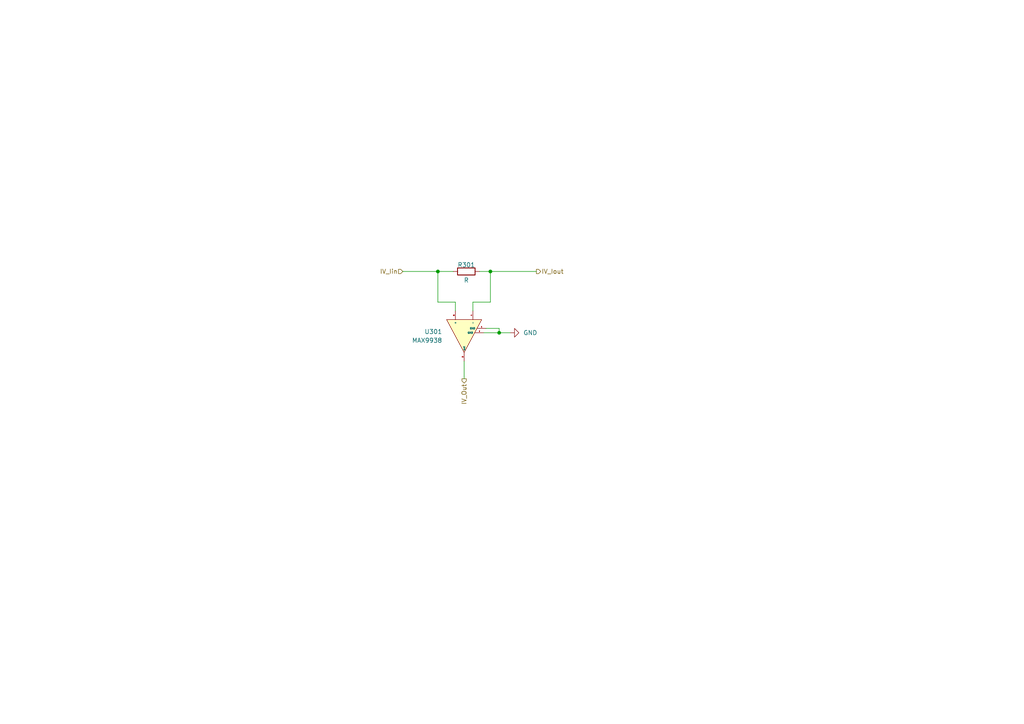
<source format=kicad_sch>
(kicad_sch (version 20211123) (generator eeschema)
  (paper "A4")
  (lib_symbols
    (symbol "Device:R" (pin_numbers hide) (pin_names (offset 0))
      (property "Reference" "R301" (at 1.905 6.35 90))
      (property "Value" "R" (at 0 3.81 90))
      (symbol "R_0_1"
        (rectangle (start -1.016 -2.54) (end 1.016 2.54) (stroke (width 0.254)))
      )
      (symbol "R_1_1"
        (pin power_out line (at 0 3.81 270) (length 1.27) (name "~") (number "1"))
        (pin power_in line (at 0 -3.81 90) (length 1.27) (name "~") (number "2"))
      )
    )
    (symbol "MAX9938_1"
      (property "Reference" "U" (at 0 9.525 0))
      (property "Value" "MAX9938_1" (at 0 7.62 0))
      (symbol "MAX9938_1_0_1"
        (polyline (pts (xy -3.81 5.08) (xy -3.81 -5.08) (xy 5.715 0) (xy -3.81 5.08)) (fill (type background)))
      )
      (symbol "MAX9938_1_1_1"
        (pin power_in line (at -1.27 -6.35 90) (length 2.54) (name "GND") (number "1"))
        (pin power_in line (at 0 -5.715 90) (length 2.54) (name "GND") (number "2"))
        (pin output line (at 8.255 0 180) (length 2.54) (name "out") (number "3"))
        (pin input line (at -6.35 -2.54 0) (length 2.54) (name "-") (number "4"))
        (pin input line (at -6.35 2.54 0) (length 2.54) (name "+") (number "5"))
      )
    )
    (symbol "power:GND" (power) (pin_names (offset 0))
      (property "Value" "GND" (at 0 -3.81 0))
      (symbol "GND_0_1"
        (polyline (pts (xy 0 0) (xy 0 -1.27) (xy 1.27 -1.27) (xy 0 -2.54) (xy -1.27 -1.27) (xy 0 -1.27)))
      )
      (symbol "GND_1_1"
        (pin power_in line (at 0 0 270) (length 0) hide (name "GND") (number "1"))
      )
    )
  )
  (junction (at 144.78 96.52))
  (junction (at 127 78.74))
  (junction (at 142.24 78.74))
  (wire (pts (xy 139.065 78.74) (xy 142.24 78.74)))
  (wire (pts (xy 134.62 104.775) (xy 134.62 109.855)))
  (wire (pts (xy 116.84 78.74) (xy 127 78.74)))
  (wire (pts (xy 137.16 87.63) (xy 142.24 87.63)))
  (wire (pts (xy 144.78 95.25) (xy 144.78 96.52)))
  (wire (pts (xy 132.08 87.63) (xy 127 87.63)))
  (wire (pts (xy 127 87.63) (xy 127 78.74)))
  (wire (pts (xy 127 78.74) (xy 131.445 78.74)))
  (wire (pts (xy 140.335 96.52) (xy 144.78 96.52)))
  (wire (pts (xy 137.16 90.17) (xy 137.16 87.63)))
  (wire (pts (xy 142.24 78.74) (xy 155.575 78.74)))
  (wire (pts (xy 132.08 90.17) (xy 132.08 87.63)))
  (wire (pts (xy 144.78 96.52) (xy 147.955 96.52)))
  (wire (pts (xy 142.24 78.74) (xy 142.24 87.63)))
  (wire (pts (xy 140.97 95.25) (xy 144.78 95.25)))
  (hierarchical_label "IV_Iin" (shape input) (at 116.84 78.74 180))
  (hierarchical_label "IV_Iout" (shape output) (at 155.575 78.74 0))
  (hierarchical_label "IV_Out" (shape output) (at 134.62 109.855 270))
  (symbol (lib_name "MAX9938_1") (lib_id "lamp_devboard_lib:MAX9938") (at 134.62 96.52 90) (mirror x) (unit 1)
    (property "Reference" "U301" (at 128.27 96.2024 90) (effects (justify left)))
    (property "Value" "MAX9938" (at 128.27 98.7424 90) (effects (justify left)))
    (property "Footprint" "Package_TO_SOT_SMD:SOT-23-5_HandSoldering" (effects hide))
  )
  (symbol (lib_id "power:GND") (at 147.955 96.52 90) (unit 1)
    (property "Reference" "#PWR0121" (effects hide))
    (property "Value" "GND" (at 151.765 96.5199 90) (effects (justify right)))
  )
  (symbol (lib_id "Device:R") (at 135.255 78.74 270) (unit 1)
    (property "Reference" "R301" (at 135.255 76.835 90))
    (property "Value" "R" (at 135.255 81.28 90))
    (property "Footprint" "Resistor_SMD:R_1210_3225Metric_Pad1.30x2.65mm_HandSolder" (effects hide))
  )
)
</source>
